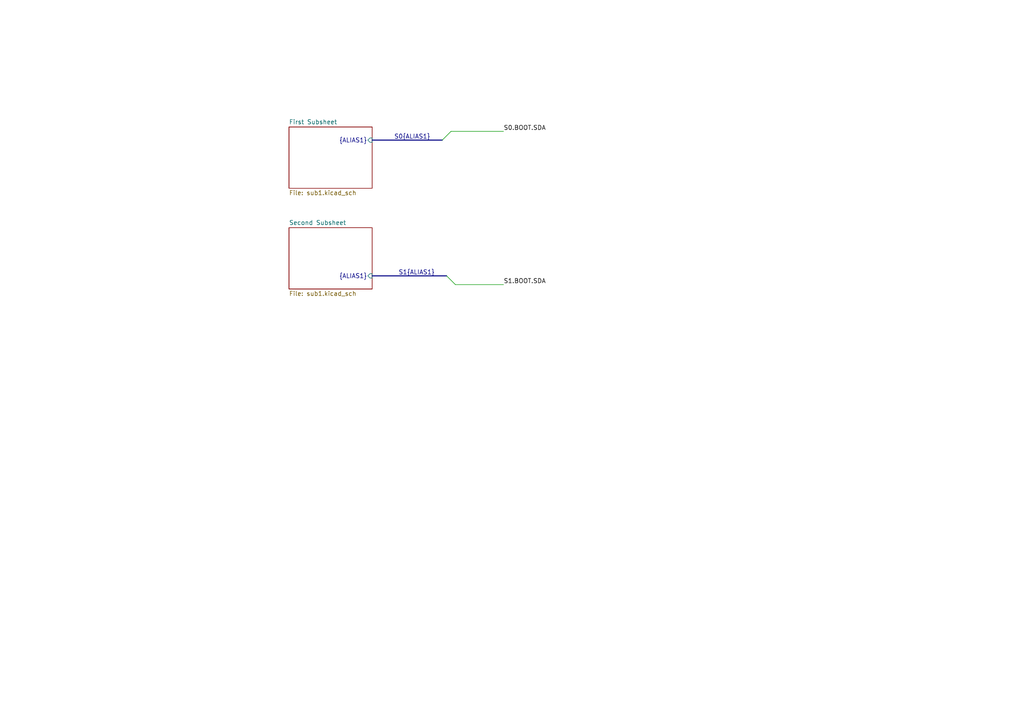
<source format=kicad_sch>
(kicad_sch (version 20230121) (generator eeschema)
  (paper "A4")
  (lib_symbols)
  (bus_alias "ALIAS1" (members "BOOT.SDA" "BOOT.SCL"))
  (bus_entry (at 128.27 40.64) (size 2.54 -2.54))
  (bus_entry (at 129.54 80.01) (size 2.54 2.54))
  (wire (pts (xy 130.81 38.1) (xy 146.05 38.1)))
  (bus (pts (xy 107.95 40.64) (xy 128.27 40.64)))
  (bus (pts (xy 107.95 80.01) (xy 129.54 80.01)))
  (wire (pts (xy 132.08 82.55) (xy 146.05 82.55)))
  (label "S0{ALIAS1}" (at 114.3 40.64 0))
  (label "S0.BOOT.SDA" (at 146.05 38.1 0))
  (label "S1.BOOT.SDA" (at 146.05 82.55 0))
  (label "S1{ALIAS1}" (at 115.57 80.01 0))
  (sheet (at 83.82 36.83) (size 24.13 17.78) (stroke (width 0.1524))
    (property "Sheetname" "First Subsheet" (at 83.82 36.1184 0) (effects (justify left bottom)))
    (property "Sheetfile" "sub1.kicad_sch" (at 83.82 55.1946 0) (effects (justify left top)))
    (pin "{ALIAS1}" input (at 107.95 40.64 0))
  )
  (sheet (at 83.82 66.04) (size 24.13 17.78) (stroke (width 0.1524))
    (property "Sheetname" "Second Subsheet" (at 83.82 65.3284 0) (effects (justify left bottom)))
    (property "Sheetfile" "sub1.kicad_sch" (at 83.82 84.4046 0) (effects (justify left top)))
    (pin "{ALIAS1}" input (at 107.95 80.01 0))
  )
)
</source>
